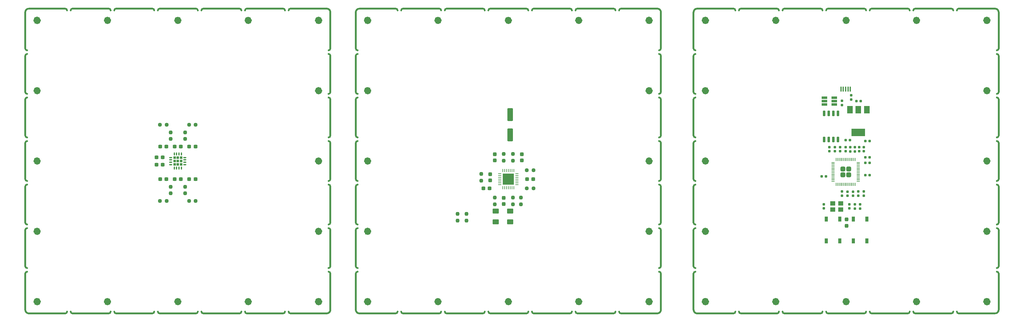
<source format=gbr>
%TF.GenerationSoftware,KiCad,Pcbnew,(6.0.6)*%
%TF.CreationDate,2022-07-03T21:37:38+02:00*%
%TF.ProjectId,stencil,7374656e-6369-46c2-9e6b-696361645f70,rev?*%
%TF.SameCoordinates,Original*%
%TF.FileFunction,Paste,Top*%
%TF.FilePolarity,Positive*%
%FSLAX46Y46*%
G04 Gerber Fmt 4.6, Leading zero omitted, Abs format (unit mm)*
G04 Created by KiCad (PCBNEW (6.0.6)) date 2022-07-03 21:37:38*
%MOMM*%
%LPD*%
G01*
G04 APERTURE LIST*
G04 Aperture macros list*
%AMRoundRect*
0 Rectangle with rounded corners*
0 $1 Rounding radius*
0 $2 $3 $4 $5 $6 $7 $8 $9 X,Y pos of 4 corners*
0 Add a 4 corners polygon primitive as box body*
4,1,4,$2,$3,$4,$5,$6,$7,$8,$9,$2,$3,0*
0 Add four circle primitives for the rounded corners*
1,1,$1+$1,$2,$3*
1,1,$1+$1,$4,$5*
1,1,$1+$1,$6,$7*
1,1,$1+$1,$8,$9*
0 Add four rect primitives between the rounded corners*
20,1,$1+$1,$2,$3,$4,$5,0*
20,1,$1+$1,$4,$5,$6,$7,0*
20,1,$1+$1,$6,$7,$8,$9,0*
20,1,$1+$1,$8,$9,$2,$3,0*%
G04 Aperture macros list end*
%ADD10C,0.500000*%
%ADD11C,1.000000*%
%ADD12C,1.050000*%
%ADD13RoundRect,0.155000X-0.212500X-0.155000X0.212500X-0.155000X0.212500X0.155000X-0.212500X0.155000X0*%
%ADD14RoundRect,0.155000X0.155000X-0.212500X0.155000X0.212500X-0.155000X0.212500X-0.155000X-0.212500X0*%
%ADD15RoundRect,0.237500X-0.300000X-0.237500X0.300000X-0.237500X0.300000X0.237500X-0.300000X0.237500X0*%
%ADD16RoundRect,0.160000X0.160000X-0.197500X0.160000X0.197500X-0.160000X0.197500X-0.160000X-0.197500X0*%
%ADD17RoundRect,0.237500X0.237500X-0.250000X0.237500X0.250000X-0.237500X0.250000X-0.237500X-0.250000X0*%
%ADD18RoundRect,0.237500X-0.250000X-0.237500X0.250000X-0.237500X0.250000X0.237500X-0.250000X0.237500X0*%
%ADD19RoundRect,0.237500X-0.237500X0.250000X-0.237500X-0.250000X0.237500X-0.250000X0.237500X0.250000X0*%
%ADD20RoundRect,0.237500X0.300000X0.237500X-0.300000X0.237500X-0.300000X-0.237500X0.300000X-0.237500X0*%
%ADD21RoundRect,0.250001X0.624999X-0.462499X0.624999X0.462499X-0.624999X0.462499X-0.624999X-0.462499X0*%
%ADD22RoundRect,0.160000X-0.160000X0.197500X-0.160000X-0.197500X0.160000X-0.197500X0.160000X0.197500X0*%
%ADD23RoundRect,0.237500X-0.237500X0.287500X-0.237500X-0.287500X0.237500X-0.287500X0.237500X0.287500X0*%
%ADD24RoundRect,0.225000X0.225000X-0.475000X0.225000X0.475000X-0.225000X0.475000X-0.225000X-0.475000X0*%
%ADD25R,1.560000X0.650000*%
%ADD26R,0.400000X1.350000*%
%ADD27RoundRect,0.237500X0.250000X0.237500X-0.250000X0.237500X-0.250000X-0.237500X0.250000X-0.237500X0*%
%ADD28RoundRect,0.150000X-0.150000X0.650000X-0.150000X-0.650000X0.150000X-0.650000X0.150000X0.650000X0*%
%ADD29RoundRect,0.182500X0.182500X0.182500X-0.182500X0.182500X-0.182500X-0.182500X0.182500X-0.182500X0*%
%ADD30RoundRect,0.087500X0.325000X0.087500X-0.325000X0.087500X-0.325000X-0.087500X0.325000X-0.087500X0*%
%ADD31RoundRect,0.087500X0.087500X0.325000X-0.087500X0.325000X-0.087500X-0.325000X0.087500X-0.325000X0*%
%ADD32RoundRect,0.237500X0.237500X-0.300000X0.237500X0.300000X-0.237500X0.300000X-0.237500X-0.300000X0*%
%ADD33R,0.909599X0.254800*%
%ADD34R,0.254800X0.909599*%
%ADD35R,3.098800X3.098800*%
%ADD36RoundRect,0.249999X-0.395001X-0.395001X0.395001X-0.395001X0.395001X0.395001X-0.395001X0.395001X0*%
%ADD37RoundRect,0.050000X-0.387500X-0.050000X0.387500X-0.050000X0.387500X0.050000X-0.387500X0.050000X0*%
%ADD38RoundRect,0.050000X-0.050000X-0.387500X0.050000X-0.387500X0.050000X0.387500X-0.050000X0.387500X0*%
%ADD39RoundRect,0.155000X-0.155000X0.212500X-0.155000X-0.212500X0.155000X-0.212500X0.155000X0.212500X0*%
%ADD40R,1.400000X1.200000*%
%ADD41RoundRect,0.155000X0.212500X0.155000X-0.212500X0.155000X-0.212500X-0.155000X0.212500X-0.155000X0*%
%ADD42R,1.500000X2.000000*%
%ADD43R,3.800000X2.000000*%
%ADD44RoundRect,0.237500X-0.237500X0.300000X-0.237500X-0.300000X0.237500X-0.300000X0.237500X0.300000X0*%
%ADD45RoundRect,0.250000X0.550000X-1.500000X0.550000X1.500000X-0.550000X1.500000X-0.550000X-1.500000X0*%
G04 APERTURE END LIST*
D10*
X60500000Y-129500000D02*
G75*
G03*
X61000000Y-130000000I500000J0D01*
G01*
X104000000Y-46000000D02*
G75*
G03*
X103000000Y-47000000I7J-1000007D01*
G01*
X96000000Y-59000000D02*
X96000000Y-69000000D01*
X279500000Y-57500000D02*
G75*
G03*
X280000000Y-57000000I7J499993D01*
G01*
X12000000Y-129000000D02*
G75*
G03*
X13000000Y-130000000I1000000J0D01*
G01*
X233000000Y-46000000D02*
G75*
G03*
X232500000Y-46500000I7J-500007D01*
G01*
X280000000Y-71000000D02*
X280000000Y-81000000D01*
X196000000Y-59000000D02*
X196000000Y-69000000D01*
X196000000Y-83000000D02*
X196000000Y-93000000D01*
X219500014Y-46500000D02*
G75*
G03*
X219000000Y-46000000I-500007J-7D01*
G01*
X186500000Y-105500000D02*
G75*
G03*
X187000000Y-105000000I7J499993D01*
G01*
X151500014Y-129500000D02*
G75*
G03*
X152000000Y-130000000I499993J-7D01*
G01*
X138000000Y-130000000D02*
G75*
G03*
X138500000Y-129500000I7J499993D01*
G01*
X103500000Y-106500000D02*
G75*
G03*
X103000000Y-107000000I7J-500007D01*
G01*
X175500014Y-129500000D02*
G75*
G03*
X176000000Y-130000000I499993J-7D01*
G01*
X164000000Y-130000000D02*
X174000000Y-130000000D01*
D11*
X126125000Y-49250000D02*
G75*
G03*
X126125000Y-49250000I-500000J0D01*
G01*
D10*
X255000000Y-130000000D02*
G75*
G03*
X255500000Y-129500000I7J499993D01*
G01*
X174000000Y-130000000D02*
G75*
G03*
X174500000Y-129500000I7J499993D01*
G01*
X209000000Y-46000000D02*
X219000000Y-46000000D01*
X71000000Y-130000000D02*
G75*
G03*
X71500000Y-129500000I0J500000D01*
G01*
X231000000Y-130000000D02*
G75*
G03*
X231500000Y-129500000I7J499993D01*
G01*
D11*
X106750000Y-107375000D02*
G75*
G03*
X106750000Y-107375000I-500000J0D01*
G01*
D10*
X12500000Y-118500000D02*
G75*
G03*
X12000000Y-119000000I0J-500000D01*
G01*
D11*
X277250000Y-68625000D02*
G75*
G03*
X277250000Y-68625000I-500000J0D01*
G01*
X93250000Y-68625000D02*
G75*
G03*
X93250000Y-68625000I-500000J0D01*
G01*
D10*
X267500014Y-46500000D02*
G75*
G03*
X267000000Y-46000000I-500007J-7D01*
G01*
X255500014Y-46500000D02*
G75*
G03*
X255000000Y-46000000I-500007J-7D01*
G01*
X12000000Y-93000000D02*
G75*
G03*
X12500000Y-93500000I500000J0D01*
G01*
X114500014Y-46500000D02*
G75*
G03*
X114000000Y-46000000I-500007J-7D01*
G01*
X96000000Y-95000000D02*
X96000000Y-105000000D01*
X269000000Y-46000000D02*
X279000000Y-46000000D01*
X49000000Y-46000000D02*
G75*
G03*
X48500000Y-46500000I0J-500000D01*
G01*
X196000014Y-105000000D02*
G75*
G03*
X196500000Y-105500000I499993J-7D01*
G01*
X221000000Y-130000000D02*
X231000000Y-130000000D01*
X186000000Y-130000000D02*
G75*
G03*
X187000000Y-129000000I7J999993D01*
G01*
X140000000Y-46000000D02*
G75*
G03*
X139500000Y-46500000I7J-500007D01*
G01*
X103000000Y-119000000D02*
X103000000Y-129000000D01*
X47000000Y-130000000D02*
G75*
G03*
X47500000Y-129500000I0J500000D01*
G01*
X96000000Y-59000000D02*
G75*
G03*
X95500000Y-58500000I-500000J0D01*
G01*
X37000000Y-46000000D02*
X47000000Y-46000000D01*
X187000014Y-95000000D02*
G75*
G03*
X186500000Y-94500000I-500007J-7D01*
G01*
X114000000Y-130000000D02*
G75*
G03*
X114500000Y-129500000I7J499993D01*
G01*
X221000000Y-46000000D02*
X231000000Y-46000000D01*
X176000000Y-46000000D02*
X186000000Y-46000000D01*
X196000000Y-119000000D02*
X196000000Y-129000000D01*
X103000000Y-59000000D02*
X103000000Y-69000000D01*
X95500000Y-117500000D02*
G75*
G03*
X96000000Y-117000000I0J500000D01*
G01*
D12*
X184275000Y-126750000D02*
G75*
G03*
X184275000Y-126750000I-525000J0D01*
G01*
D10*
X25000000Y-46000000D02*
G75*
G03*
X24500000Y-46500000I0J-500000D01*
G01*
X186500000Y-117500000D02*
G75*
G03*
X187000000Y-117000000I7J499993D01*
G01*
X280000014Y-71000000D02*
G75*
G03*
X279500000Y-70500000I-500007J-7D01*
G01*
X196500000Y-118500000D02*
G75*
G03*
X196000000Y-119000000I7J-500007D01*
G01*
X187000014Y-83000000D02*
G75*
G03*
X186500000Y-82500000I-500007J-7D01*
G01*
X35000000Y-130000000D02*
G75*
G03*
X35500000Y-129500000I0J500000D01*
G01*
X103000000Y-95000000D02*
X103000000Y-105000000D01*
X196000000Y-47000000D02*
X196000000Y-57000000D01*
D11*
X15750000Y-88000000D02*
G75*
G03*
X15750000Y-88000000I-500000J0D01*
G01*
D10*
X208500014Y-129500000D02*
G75*
G03*
X209000000Y-130000000I499993J-7D01*
G01*
X197000000Y-130000000D02*
X207000000Y-130000000D01*
X187000014Y-59000000D02*
G75*
G03*
X186500000Y-58500000I-500007J-7D01*
G01*
X96000000Y-47000000D02*
X96000000Y-57000000D01*
X23000000Y-130000000D02*
G75*
G03*
X23500000Y-129500000I0J500000D01*
G01*
X116000000Y-46000000D02*
X126000000Y-46000000D01*
X209000000Y-46000000D02*
G75*
G03*
X208500000Y-46500000I7J-500007D01*
G01*
D12*
X277275000Y-49250000D02*
G75*
G03*
X277275000Y-49250000I-525000J0D01*
G01*
D10*
X73000000Y-46000000D02*
X83000000Y-46000000D01*
X187000000Y-83000000D02*
X187000000Y-93000000D01*
X96000000Y-119000000D02*
X96000000Y-129000000D01*
X279000000Y-130000000D02*
G75*
G03*
X280000000Y-129000000I7J999993D01*
G01*
D11*
X184250000Y-107375000D02*
G75*
G03*
X184250000Y-107375000I-500000J0D01*
G01*
D10*
X95500000Y-93500000D02*
G75*
G03*
X96000000Y-93000000I0J500000D01*
G01*
D11*
X164875000Y-49250000D02*
G75*
G03*
X164875000Y-49250000I-500000J0D01*
G01*
D10*
X36500000Y-129500000D02*
G75*
G03*
X37000000Y-130000000I500000J0D01*
G01*
X162500014Y-46500000D02*
G75*
G03*
X162000000Y-46000000I-500007J-7D01*
G01*
D11*
X219125000Y-126750000D02*
G75*
G03*
X219125000Y-126750000I-500000J0D01*
G01*
D10*
X280000014Y-47000000D02*
G75*
G03*
X279000000Y-46000000I-1000007J-7D01*
G01*
X280000014Y-119000000D02*
G75*
G03*
X279500000Y-118500000I-500007J-7D01*
G01*
X59000000Y-130000000D02*
G75*
G03*
X59500000Y-129500000I0J500000D01*
G01*
X279500000Y-117500000D02*
G75*
G03*
X280000000Y-117000000I7J499993D01*
G01*
X85000000Y-46000000D02*
X95000000Y-46000000D01*
X95000000Y-130000000D02*
G75*
G03*
X96000000Y-129000000I0J1000000D01*
G01*
D12*
X93275000Y-126750000D02*
G75*
G03*
X93275000Y-126750000I-525000J0D01*
G01*
D10*
X245000000Y-46000000D02*
G75*
G03*
X244500000Y-46500000I7J-500007D01*
G01*
D11*
X277250000Y-107375000D02*
G75*
G03*
X277250000Y-107375000I-500000J0D01*
G01*
D10*
X103500000Y-70500000D02*
G75*
G03*
X103000000Y-71000000I7J-500007D01*
G01*
X12500000Y-70500000D02*
G75*
G03*
X12000000Y-71000000I0J-500000D01*
G01*
D12*
X277275000Y-126750000D02*
G75*
G03*
X277275000Y-126750000I-525000J0D01*
G01*
D10*
X103000014Y-129000000D02*
G75*
G03*
X104000000Y-130000000I999993J-7D01*
G01*
X279500000Y-105500000D02*
G75*
G03*
X280000000Y-105000000I7J499993D01*
G01*
X279500000Y-69500000D02*
G75*
G03*
X280000000Y-69000000I7J499993D01*
G01*
X103000000Y-47000000D02*
X103000000Y-57000000D01*
D11*
X277250000Y-88000000D02*
G75*
G03*
X277250000Y-88000000I-500000J0D01*
G01*
D10*
X103500000Y-118500000D02*
G75*
G03*
X103000000Y-119000000I7J-500007D01*
G01*
X37000000Y-46000000D02*
G75*
G03*
X36500000Y-46500000I0J-500000D01*
G01*
X12000000Y-57000000D02*
G75*
G03*
X12500000Y-57500000I500000J0D01*
G01*
X139500014Y-129500000D02*
G75*
G03*
X140000000Y-130000000I499993J-7D01*
G01*
X196000000Y-107000000D02*
X196000000Y-117000000D01*
X12000000Y-107000000D02*
X12000000Y-117000000D01*
D11*
X15750000Y-107375000D02*
G75*
G03*
X15750000Y-107375000I-500000J0D01*
G01*
D10*
X269000000Y-130000000D02*
X279000000Y-130000000D01*
X104000000Y-130000000D02*
X114000000Y-130000000D01*
X233000000Y-46000000D02*
X243000000Y-46000000D01*
X83000000Y-130000000D02*
G75*
G03*
X83500000Y-129500000I0J500000D01*
G01*
X280000014Y-83000000D02*
G75*
G03*
X279500000Y-82500000I-500007J-7D01*
G01*
X12000000Y-105000000D02*
G75*
G03*
X12500000Y-105500000I500000J0D01*
G01*
X152000000Y-46000000D02*
G75*
G03*
X151500000Y-46500000I7J-500007D01*
G01*
X257000000Y-130000000D02*
X267000000Y-130000000D01*
D11*
X145500000Y-49250000D02*
G75*
G03*
X145500000Y-49250000I-500000J0D01*
G01*
D10*
X72500000Y-129500000D02*
G75*
G03*
X73000000Y-130000000I500000J0D01*
G01*
D12*
X106775000Y-49250000D02*
G75*
G03*
X106775000Y-49250000I-525000J0D01*
G01*
X106775000Y-126750000D02*
G75*
G03*
X106775000Y-126750000I-525000J0D01*
G01*
D11*
X106750000Y-68625000D02*
G75*
G03*
X106750000Y-68625000I-500000J0D01*
G01*
D10*
X196500000Y-70500000D02*
G75*
G03*
X196000000Y-71000000I7J-500007D01*
G01*
X95500000Y-81500000D02*
G75*
G03*
X96000000Y-81000000I0J500000D01*
G01*
D12*
X184275000Y-49250000D02*
G75*
G03*
X184275000Y-49250000I-525000J0D01*
G01*
D10*
X128000000Y-130000000D02*
X138000000Y-130000000D01*
X103000014Y-81000000D02*
G75*
G03*
X103500000Y-81500000I499993J-7D01*
G01*
X61000000Y-46000000D02*
X71000000Y-46000000D01*
X25000000Y-130000000D02*
X35000000Y-130000000D01*
X83500000Y-46500000D02*
G75*
G03*
X83000000Y-46000000I-500000J0D01*
G01*
X280000000Y-107000000D02*
X280000000Y-117000000D01*
X73000000Y-46000000D02*
G75*
G03*
X72500000Y-46500000I0J-500000D01*
G01*
X12000000Y-117000000D02*
G75*
G03*
X12500000Y-117500000I500000J0D01*
G01*
X24500000Y-129500000D02*
G75*
G03*
X25000000Y-130000000I500000J0D01*
G01*
X115500014Y-129500000D02*
G75*
G03*
X116000000Y-130000000I499993J-7D01*
G01*
X126000000Y-130000000D02*
G75*
G03*
X126500000Y-129500000I7J499993D01*
G01*
X220500014Y-129500000D02*
G75*
G03*
X221000000Y-130000000I499993J-7D01*
G01*
X12000000Y-47000000D02*
X12000000Y-57000000D01*
X12000000Y-81000000D02*
G75*
G03*
X12500000Y-81500000I500000J0D01*
G01*
X103000014Y-105000000D02*
G75*
G03*
X103500000Y-105500000I499993J-7D01*
G01*
X280000000Y-59000000D02*
X280000000Y-69000000D01*
D11*
X257875000Y-49250000D02*
G75*
G03*
X257875000Y-49250000I-500000J0D01*
G01*
D10*
X85000000Y-46000000D02*
G75*
G03*
X84500000Y-46500000I0J-500000D01*
G01*
X279500000Y-93500000D02*
G75*
G03*
X280000000Y-93000000I7J499993D01*
G01*
X95500000Y-57500000D02*
G75*
G03*
X96000000Y-57000000I0J500000D01*
G01*
X196000014Y-129000000D02*
G75*
G03*
X197000000Y-130000000I999993J-7D01*
G01*
D11*
X164875000Y-126750000D02*
G75*
G03*
X164875000Y-126750000I-500000J0D01*
G01*
X184250000Y-88000000D02*
G75*
G03*
X184250000Y-88000000I-500000J0D01*
G01*
X106750000Y-88000000D02*
G75*
G03*
X106750000Y-88000000I-500000J0D01*
G01*
D10*
X187000000Y-71000000D02*
X187000000Y-81000000D01*
D12*
X199775000Y-126750000D02*
G75*
G03*
X199775000Y-126750000I-525000J0D01*
G01*
D10*
X196500000Y-94500000D02*
G75*
G03*
X196000000Y-95000000I7J-500007D01*
G01*
X103000000Y-71000000D02*
X103000000Y-81000000D01*
X186500000Y-69500000D02*
G75*
G03*
X187000000Y-69000000I7J499993D01*
G01*
X96000000Y-47000000D02*
G75*
G03*
X95000000Y-46000000I-1000000J0D01*
G01*
X103000014Y-57000000D02*
G75*
G03*
X103500000Y-57500000I499993J-7D01*
G01*
X25000000Y-46000000D02*
X35000000Y-46000000D01*
X267000000Y-130000000D02*
G75*
G03*
X267500000Y-129500000I7J499993D01*
G01*
X37000000Y-130000000D02*
X47000000Y-130000000D01*
X207000000Y-130000000D02*
G75*
G03*
X207500000Y-129500000I7J499993D01*
G01*
D11*
X15750000Y-68625000D02*
G75*
G03*
X15750000Y-68625000I-500000J0D01*
G01*
D10*
X103000000Y-107000000D02*
X103000000Y-117000000D01*
D11*
X35125000Y-126750000D02*
G75*
G03*
X35125000Y-126750000I-500000J0D01*
G01*
X54500000Y-49250000D02*
G75*
G03*
X54500000Y-49250000I-500000J0D01*
G01*
D10*
X12500000Y-82500000D02*
G75*
G03*
X12000000Y-83000000I0J-500000D01*
G01*
X96000000Y-107000000D02*
G75*
G03*
X95500000Y-106500000I-500000J0D01*
G01*
X280000014Y-59000000D02*
G75*
G03*
X279500000Y-58500000I-500007J-7D01*
G01*
X128000000Y-46000000D02*
X138000000Y-46000000D01*
X176000000Y-130000000D02*
X186000000Y-130000000D01*
X12000000Y-95000000D02*
X12000000Y-105000000D01*
D11*
X238500000Y-49250000D02*
G75*
G03*
X238500000Y-49250000I-500000J0D01*
G01*
D10*
X12500000Y-58500000D02*
G75*
G03*
X12000000Y-59000000I0J-500000D01*
G01*
X232500014Y-129500000D02*
G75*
G03*
X233000000Y-130000000I499993J-7D01*
G01*
X187000000Y-107000000D02*
X187000000Y-117000000D01*
D11*
X199750000Y-88000000D02*
G75*
G03*
X199750000Y-88000000I-500000J0D01*
G01*
D10*
X221000000Y-46000000D02*
G75*
G03*
X220500000Y-46500000I7J-500007D01*
G01*
X243000000Y-130000000D02*
G75*
G03*
X243500000Y-129500000I7J499993D01*
G01*
X257000000Y-46000000D02*
X267000000Y-46000000D01*
X138500014Y-46500000D02*
G75*
G03*
X138000000Y-46000000I-500007J-7D01*
G01*
X196000000Y-95000000D02*
X196000000Y-105000000D01*
X71500000Y-46500000D02*
G75*
G03*
X71000000Y-46000000I-500000J0D01*
G01*
D11*
X238500000Y-126750000D02*
G75*
G03*
X238500000Y-126750000I-500000J0D01*
G01*
D10*
X197000000Y-46000000D02*
X207000000Y-46000000D01*
X196000014Y-57000000D02*
G75*
G03*
X196500000Y-57500000I499993J-7D01*
G01*
X280000000Y-95000000D02*
X280000000Y-105000000D01*
X196000000Y-71000000D02*
X196000000Y-81000000D01*
X47500000Y-46500000D02*
G75*
G03*
X47000000Y-46000000I-500000J0D01*
G01*
X257000000Y-46000000D02*
G75*
G03*
X256500000Y-46500000I7J-500007D01*
G01*
X12000000Y-71000000D02*
X12000000Y-81000000D01*
X59500000Y-46500000D02*
G75*
G03*
X59000000Y-46000000I-500000J0D01*
G01*
X13000000Y-46000000D02*
G75*
G03*
X12000000Y-47000000I0J-1000000D01*
G01*
X96000000Y-71000000D02*
X96000000Y-81000000D01*
X12000000Y-83000000D02*
X12000000Y-93000000D01*
X73000000Y-130000000D02*
X83000000Y-130000000D01*
X243500014Y-46500000D02*
G75*
G03*
X243000000Y-46000000I-500007J-7D01*
G01*
X187000014Y-107000000D02*
G75*
G03*
X186500000Y-106500000I-500007J-7D01*
G01*
X280000000Y-83000000D02*
X280000000Y-93000000D01*
X196000014Y-93000000D02*
G75*
G03*
X196500000Y-93500000I499993J-7D01*
G01*
X164000000Y-46000000D02*
X174000000Y-46000000D01*
X280000000Y-47000000D02*
X280000000Y-57000000D01*
D11*
X35125000Y-49250000D02*
G75*
G03*
X35125000Y-49250000I-500000J0D01*
G01*
X199750000Y-107375000D02*
G75*
G03*
X199750000Y-107375000I-500000J0D01*
G01*
X184250000Y-68625000D02*
G75*
G03*
X184250000Y-68625000I-500000J0D01*
G01*
D10*
X280000000Y-119000000D02*
X280000000Y-129000000D01*
X186500000Y-93500000D02*
G75*
G03*
X187000000Y-93000000I7J499993D01*
G01*
X12000000Y-119000000D02*
X12000000Y-129000000D01*
X196500000Y-58500000D02*
G75*
G03*
X196000000Y-59000000I7J-500007D01*
G01*
X280000014Y-107000000D02*
G75*
G03*
X279500000Y-106500000I-500007J-7D01*
G01*
X61000000Y-46000000D02*
G75*
G03*
X60500000Y-46500000I0J-500000D01*
G01*
X162000000Y-130000000D02*
G75*
G03*
X162500000Y-129500000I7J499993D01*
G01*
X103000014Y-69000000D02*
G75*
G03*
X103500000Y-69500000I499993J-7D01*
G01*
X187000000Y-119000000D02*
X187000000Y-129000000D01*
X140000000Y-46000000D02*
X150000000Y-46000000D01*
X85000000Y-130000000D02*
X95000000Y-130000000D01*
X96000000Y-83000000D02*
G75*
G03*
X95500000Y-82500000I-500000J0D01*
G01*
X127500014Y-129500000D02*
G75*
G03*
X128000000Y-130000000I499993J-7D01*
G01*
X279500000Y-81500000D02*
G75*
G03*
X280000000Y-81000000I7J499993D01*
G01*
X48500000Y-129500000D02*
G75*
G03*
X49000000Y-130000000I500000J0D01*
G01*
X280000014Y-95000000D02*
G75*
G03*
X279500000Y-94500000I-500007J-7D01*
G01*
X96000000Y-95000000D02*
G75*
G03*
X95500000Y-94500000I-500000J0D01*
G01*
X96000000Y-119000000D02*
G75*
G03*
X95500000Y-118500000I-500000J0D01*
G01*
X196500000Y-106500000D02*
G75*
G03*
X196000000Y-107000000I7J-500007D01*
G01*
D11*
X257875000Y-126750000D02*
G75*
G03*
X257875000Y-126750000I-500000J0D01*
G01*
D10*
X95500000Y-69500000D02*
G75*
G03*
X96000000Y-69000000I0J500000D01*
G01*
X61000000Y-130000000D02*
X71000000Y-130000000D01*
X233000000Y-130000000D02*
X243000000Y-130000000D01*
X163500014Y-129500000D02*
G75*
G03*
X164000000Y-130000000I499993J-7D01*
G01*
X196000014Y-117000000D02*
G75*
G03*
X196500000Y-117500000I499993J-7D01*
G01*
D12*
X93275000Y-49250000D02*
G75*
G03*
X93275000Y-49250000I-525000J0D01*
G01*
X199775000Y-49250000D02*
G75*
G03*
X199775000Y-49250000I-525000J0D01*
G01*
D11*
X126125000Y-126750000D02*
G75*
G03*
X126125000Y-126750000I-500000J0D01*
G01*
D10*
X187000014Y-119000000D02*
G75*
G03*
X186500000Y-118500000I-500007J-7D01*
G01*
X152000000Y-130000000D02*
X162000000Y-130000000D01*
X187000014Y-47000000D02*
G75*
G03*
X186000000Y-46000000I-1000007J-7D01*
G01*
D11*
X73875000Y-49250000D02*
G75*
G03*
X73875000Y-49250000I-500000J0D01*
G01*
D10*
X268500014Y-129500000D02*
G75*
G03*
X269000000Y-130000000I499993J-7D01*
G01*
X186500000Y-81500000D02*
G75*
G03*
X187000000Y-81000000I7J499993D01*
G01*
X209000000Y-130000000D02*
X219000000Y-130000000D01*
X269000000Y-46000000D02*
G75*
G03*
X268500000Y-46500000I7J-500007D01*
G01*
X244500014Y-129500000D02*
G75*
G03*
X245000000Y-130000000I499993J-7D01*
G01*
X196000014Y-69000000D02*
G75*
G03*
X196500000Y-69500000I499993J-7D01*
G01*
X164000000Y-46000000D02*
G75*
G03*
X163500000Y-46500000I7J-500007D01*
G01*
X196500000Y-82500000D02*
G75*
G03*
X196000000Y-83000000I7J-500007D01*
G01*
X49000000Y-46000000D02*
X59000000Y-46000000D01*
D11*
X219125000Y-49250000D02*
G75*
G03*
X219125000Y-49250000I-500000J0D01*
G01*
D10*
X150000000Y-130000000D02*
G75*
G03*
X150500000Y-129500000I7J499993D01*
G01*
X103000014Y-117000000D02*
G75*
G03*
X103500000Y-117500000I499993J-7D01*
G01*
X245000000Y-130000000D02*
X255000000Y-130000000D01*
X231500014Y-46500000D02*
G75*
G03*
X231000000Y-46000000I-500007J-7D01*
G01*
X103500000Y-58500000D02*
G75*
G03*
X103000000Y-59000000I7J-500007D01*
G01*
X256500014Y-129500000D02*
G75*
G03*
X257000000Y-130000000I499993J-7D01*
G01*
D12*
X15775000Y-126750000D02*
G75*
G03*
X15775000Y-126750000I-525000J0D01*
G01*
D10*
X186500000Y-57500000D02*
G75*
G03*
X187000000Y-57000000I7J499993D01*
G01*
X95500000Y-105500000D02*
G75*
G03*
X96000000Y-105000000I0J500000D01*
G01*
D11*
X93250000Y-107375000D02*
G75*
G03*
X93250000Y-107375000I-500000J0D01*
G01*
D10*
X84500000Y-129500000D02*
G75*
G03*
X85000000Y-130000000I500000J0D01*
G01*
D12*
X15775000Y-49250000D02*
G75*
G03*
X15775000Y-49250000I-525000J0D01*
G01*
D10*
X176000000Y-46000000D02*
G75*
G03*
X175500000Y-46500000I7J-500007D01*
G01*
X12000000Y-59000000D02*
X12000000Y-69000000D01*
X12500000Y-106500000D02*
G75*
G03*
X12000000Y-107000000I0J-500000D01*
G01*
X219000000Y-130000000D02*
G75*
G03*
X219500000Y-129500000I7J499993D01*
G01*
X116000000Y-46000000D02*
G75*
G03*
X115500000Y-46500000I7J-500007D01*
G01*
X13000000Y-46000000D02*
X23000000Y-46000000D01*
X140000000Y-130000000D02*
X150000000Y-130000000D01*
D11*
X145500000Y-126750000D02*
G75*
G03*
X145500000Y-126750000I-500000J0D01*
G01*
D10*
X13000000Y-130000000D02*
X23000000Y-130000000D01*
X103000014Y-93000000D02*
G75*
G03*
X103500000Y-93500000I499993J-7D01*
G01*
X12000000Y-69000000D02*
G75*
G03*
X12500000Y-69500000I500000J0D01*
G01*
D11*
X93250000Y-88000000D02*
G75*
G03*
X93250000Y-88000000I-500000J0D01*
G01*
D10*
X187000014Y-71000000D02*
G75*
G03*
X186500000Y-70500000I-500007J-7D01*
G01*
X103000000Y-83000000D02*
X103000000Y-93000000D01*
X103500000Y-94500000D02*
G75*
G03*
X103000000Y-95000000I7J-500007D01*
G01*
D11*
X54500000Y-126750000D02*
G75*
G03*
X54500000Y-126750000I-500000J0D01*
G01*
D10*
X104000000Y-46000000D02*
X114000000Y-46000000D01*
X207500014Y-46500000D02*
G75*
G03*
X207000000Y-46000000I-500007J-7D01*
G01*
D11*
X73875000Y-126750000D02*
G75*
G03*
X73875000Y-126750000I-500000J0D01*
G01*
D10*
X152000000Y-46000000D02*
X162000000Y-46000000D01*
X96000000Y-83000000D02*
X96000000Y-93000000D01*
D11*
X199750000Y-68625000D02*
G75*
G03*
X199750000Y-68625000I-500000J0D01*
G01*
D10*
X187000000Y-47000000D02*
X187000000Y-57000000D01*
X96000000Y-71000000D02*
G75*
G03*
X95500000Y-70500000I-500000J0D01*
G01*
X23500000Y-46500000D02*
G75*
G03*
X23000000Y-46000000I-500000J0D01*
G01*
X126500014Y-46500000D02*
G75*
G03*
X126000000Y-46000000I-500007J-7D01*
G01*
X116000000Y-130000000D02*
X126000000Y-130000000D01*
X245000000Y-46000000D02*
X255000000Y-46000000D01*
X96000000Y-107000000D02*
X96000000Y-117000000D01*
X196000014Y-81000000D02*
G75*
G03*
X196500000Y-81500000I499993J-7D01*
G01*
X49000000Y-130000000D02*
X59000000Y-130000000D01*
X35500000Y-46500000D02*
G75*
G03*
X35000000Y-46000000I-500000J0D01*
G01*
X174500014Y-46500000D02*
G75*
G03*
X174000000Y-46000000I-500007J-7D01*
G01*
X150500014Y-46500000D02*
G75*
G03*
X150000000Y-46000000I-500007J-7D01*
G01*
X103500000Y-82500000D02*
G75*
G03*
X103000000Y-83000000I7J-500007D01*
G01*
X187000000Y-95000000D02*
X187000000Y-105000000D01*
X187000000Y-59000000D02*
X187000000Y-69000000D01*
X128000000Y-46000000D02*
G75*
G03*
X127500000Y-46500000I7J-500007D01*
G01*
X12500000Y-94500000D02*
G75*
G03*
X12000000Y-95000000I0J-500000D01*
G01*
X197000000Y-46000000D02*
G75*
G03*
X196000000Y-47000000I7J-1000007D01*
G01*
D13*
%TO.C,C15*%
X243307500Y-82460000D03*
X244442500Y-82460000D03*
%TD*%
D14*
%TO.C,C11*%
X234875000Y-85317500D03*
X234875000Y-84182500D03*
%TD*%
D15*
%TO.C,C3*%
X57137500Y-84000000D03*
X58862500Y-84000000D03*
%TD*%
D14*
%TO.C,C8*%
X236375000Y-85317500D03*
X236375000Y-84182500D03*
%TD*%
D16*
%TO.C,R5*%
X241375000Y-97597500D03*
X241375000Y-96402500D03*
%TD*%
D13*
%TO.C,C16*%
X237907500Y-82250000D03*
X239042500Y-82250000D03*
%TD*%
D17*
%TO.C,R7*%
X146250000Y-99912500D03*
X146250000Y-98087500D03*
%TD*%
D13*
%TO.C,C13*%
X243307500Y-91900000D03*
X244442500Y-91900000D03*
%TD*%
D18*
%TO.C,R1*%
X49087500Y-78000000D03*
X50912500Y-78000000D03*
%TD*%
D17*
%TO.C,R9*%
X133500000Y-104412500D03*
X133500000Y-102587500D03*
%TD*%
%TO.C,R7*%
X56000000Y-96912500D03*
X56000000Y-95087500D03*
%TD*%
D19*
%TO.C,R6*%
X56000000Y-80087500D03*
X56000000Y-81912500D03*
%TD*%
D20*
%TO.C,C5*%
X54862500Y-93000000D03*
X53137500Y-93000000D03*
%TD*%
%TO.C,C4*%
X58862500Y-93000000D03*
X57137500Y-93000000D03*
%TD*%
D21*
%TO.C,STEP1*%
X141500000Y-104737500D03*
X141500000Y-101762500D03*
%TD*%
D22*
%TO.C,FB1*%
X239375000Y-69902500D03*
X239375000Y-71097500D03*
%TD*%
D23*
%TO.C,D1*%
X238125000Y-104125000D03*
X238125000Y-105875000D03*
%TD*%
D24*
%TO.C,SW2*%
X240025000Y-110000000D03*
X240025000Y-104000000D03*
X243725000Y-110000000D03*
X243725000Y-104000000D03*
%TD*%
D25*
%TO.C,U2*%
X232025000Y-70550000D03*
X232025000Y-71500000D03*
X232025000Y-72450000D03*
X234725000Y-72450000D03*
X234725000Y-71500000D03*
X234725000Y-70550000D03*
%TD*%
D14*
%TO.C,C10*%
X237875000Y-85317500D03*
X237875000Y-84182500D03*
%TD*%
D19*
%TO.C,R8*%
X141250000Y-98087500D03*
X141250000Y-99912500D03*
%TD*%
D16*
%TO.C,R1*%
X240375000Y-101097500D03*
X240375000Y-99902500D03*
%TD*%
D26*
%TO.C,J3*%
X239175000Y-68225000D03*
X238525000Y-68225000D03*
X237875000Y-68225000D03*
X237225000Y-68225000D03*
X236575000Y-68225000D03*
%TD*%
D27*
%TO.C,R5*%
X151912500Y-90500000D03*
X150087500Y-90500000D03*
%TD*%
D28*
%TO.C,U4*%
X235780000Y-74900000D03*
X234510000Y-74900000D03*
X233240000Y-74900000D03*
X231970000Y-74900000D03*
X231970000Y-82100000D03*
X233240000Y-82100000D03*
X234510000Y-82100000D03*
X235780000Y-82100000D03*
%TD*%
D17*
%TO.C,R2*%
X143750000Y-87912500D03*
X143750000Y-86087500D03*
%TD*%
D16*
%TO.C,R3*%
X242875000Y-97597500D03*
X242875000Y-96402500D03*
%TD*%
D29*
%TO.C,U1*%
X53100000Y-88000000D03*
X54000000Y-87100000D03*
X54900000Y-88000000D03*
X53100000Y-88900000D03*
X54000000Y-88900000D03*
X54900000Y-88900000D03*
X54000000Y-88000000D03*
X54900000Y-87100000D03*
X53100000Y-87100000D03*
D30*
X55962500Y-88975000D03*
X55962500Y-88325000D03*
X55962500Y-87675000D03*
X55962500Y-87025000D03*
D31*
X54975000Y-86037500D03*
X54325000Y-86037500D03*
X53675000Y-86037500D03*
X53025000Y-86037500D03*
D30*
X52037500Y-87025000D03*
X52037500Y-87675000D03*
X52037500Y-88325000D03*
X52037500Y-88975000D03*
D31*
X53025000Y-89962500D03*
X53675000Y-89962500D03*
X54325000Y-89962500D03*
X54975000Y-89962500D03*
%TD*%
D27*
%TO.C,R3*%
X58912500Y-99000000D03*
X57087500Y-99000000D03*
%TD*%
D32*
%TO.C,C6*%
X148750000Y-87862500D03*
X148750000Y-86137500D03*
%TD*%
D33*
%TO.C,U1*%
X142652900Y-91500000D03*
X142652900Y-91999999D03*
X142652900Y-92500001D03*
X142652900Y-93000000D03*
X142652900Y-93499999D03*
X142652900Y-94000001D03*
X142652900Y-94500000D03*
D34*
X143500000Y-95347100D03*
X143999999Y-95347100D03*
X144500001Y-95347100D03*
X145000000Y-95347100D03*
X145499999Y-95347100D03*
X146000001Y-95347100D03*
X146500000Y-95347100D03*
D33*
X147347100Y-94500000D03*
X147347100Y-94000001D03*
X147347100Y-93499999D03*
X147347100Y-93000000D03*
X147347100Y-92500001D03*
X147347100Y-91999999D03*
X147347100Y-91500000D03*
D34*
X146500000Y-90652900D03*
X146000001Y-90652900D03*
X145499999Y-90652900D03*
X145000000Y-90652900D03*
X144500001Y-90652900D03*
X143999999Y-90652900D03*
X143500000Y-90652900D03*
D35*
X145000000Y-93000000D03*
%TD*%
D18*
%TO.C,R4*%
X150087500Y-95500000D03*
X151912500Y-95500000D03*
%TD*%
%TO.C,R2*%
X57087500Y-78000000D03*
X58912500Y-78000000D03*
%TD*%
D13*
%TO.C,C4*%
X243307500Y-88500000D03*
X244442500Y-88500000D03*
%TD*%
D27*
%TO.C,R4*%
X50912500Y-99000000D03*
X49087500Y-99000000D03*
%TD*%
D36*
%TO.C,U1*%
X238675000Y-91800000D03*
X237075000Y-91800000D03*
X237075000Y-90200000D03*
X238675000Y-90200000D03*
D37*
X234437500Y-88400000D03*
X234437500Y-88800000D03*
X234437500Y-89200000D03*
X234437500Y-89600000D03*
X234437500Y-90000000D03*
X234437500Y-90400000D03*
X234437500Y-90800000D03*
X234437500Y-91200000D03*
X234437500Y-91600000D03*
X234437500Y-92000000D03*
X234437500Y-92400000D03*
X234437500Y-92800000D03*
X234437500Y-93200000D03*
X234437500Y-93600000D03*
D38*
X235275000Y-94437500D03*
X235675000Y-94437500D03*
X236075000Y-94437500D03*
X236475000Y-94437500D03*
X236875000Y-94437500D03*
X237275000Y-94437500D03*
X237675000Y-94437500D03*
X238075000Y-94437500D03*
X238475000Y-94437500D03*
X238875000Y-94437500D03*
X239275000Y-94437500D03*
X239675000Y-94437500D03*
X240075000Y-94437500D03*
X240475000Y-94437500D03*
D37*
X241312500Y-93600000D03*
X241312500Y-93200000D03*
X241312500Y-92800000D03*
X241312500Y-92400000D03*
X241312500Y-92000000D03*
X241312500Y-91600000D03*
X241312500Y-91200000D03*
X241312500Y-90800000D03*
X241312500Y-90400000D03*
X241312500Y-90000000D03*
X241312500Y-89600000D03*
X241312500Y-89200000D03*
X241312500Y-88800000D03*
X241312500Y-88400000D03*
D38*
X240475000Y-87562500D03*
X240075000Y-87562500D03*
X239675000Y-87562500D03*
X239275000Y-87562500D03*
X238875000Y-87562500D03*
X238475000Y-87562500D03*
X238075000Y-87562500D03*
X237675000Y-87562500D03*
X237275000Y-87562500D03*
X236875000Y-87562500D03*
X236475000Y-87562500D03*
X236075000Y-87562500D03*
X235675000Y-87562500D03*
X235275000Y-87562500D03*
%TD*%
D15*
%TO.C,C4*%
X150137500Y-93000000D03*
X151862500Y-93000000D03*
%TD*%
D14*
%TO.C,C2*%
X242875000Y-85317500D03*
X242875000Y-84182500D03*
%TD*%
D39*
%TO.C,C9*%
X239875000Y-96432500D03*
X239875000Y-97567500D03*
%TD*%
D22*
%TO.C,R2*%
X240375000Y-84152500D03*
X240375000Y-85347500D03*
%TD*%
D14*
%TO.C,C3*%
X233375000Y-85317500D03*
X233375000Y-84182500D03*
%TD*%
D40*
%TO.C,Y1*%
X236475000Y-99650000D03*
X234275000Y-99650000D03*
X234275000Y-101350000D03*
X236475000Y-101350000D03*
%TD*%
D24*
%TO.C,SW1*%
X232525000Y-110000000D03*
X232525000Y-104000000D03*
X236225000Y-110000000D03*
X236225000Y-104000000D03*
%TD*%
D20*
%TO.C,C3*%
X139862500Y-95500000D03*
X138137500Y-95500000D03*
%TD*%
D41*
%TO.C,C17*%
X232442500Y-92200000D03*
X231307500Y-92200000D03*
%TD*%
D20*
%TO.C,C8*%
X49862500Y-89000000D03*
X48137500Y-89000000D03*
%TD*%
D17*
%TO.C,R8*%
X52000000Y-96912500D03*
X52000000Y-95087500D03*
%TD*%
D39*
%TO.C,C5*%
X231875000Y-99932500D03*
X231875000Y-101067500D03*
%TD*%
D32*
%TO.C,C5*%
X141250000Y-87862500D03*
X141250000Y-86137500D03*
%TD*%
D13*
%TO.C,C1*%
X243307500Y-87000000D03*
X244442500Y-87000000D03*
%TD*%
D16*
%TO.C,R6*%
X241875000Y-101097500D03*
X241875000Y-99902500D03*
%TD*%
D13*
%TO.C,C14*%
X240875000Y-71500000D03*
X242010000Y-71500000D03*
%TD*%
D32*
%TO.C,C2*%
X140000000Y-93362500D03*
X140000000Y-91637500D03*
%TD*%
D42*
%TO.C,U3*%
X243675000Y-73850000D03*
D43*
X241375000Y-80150000D03*
D42*
X241375000Y-73850000D03*
X239075000Y-73850000D03*
%TD*%
D22*
%TO.C,R7*%
X236875000Y-71402500D03*
X236875000Y-72597500D03*
%TD*%
D17*
%TO.C,R1*%
X137500000Y-93412500D03*
X137500000Y-91587500D03*
%TD*%
D39*
%TO.C,C7*%
X238375000Y-96432500D03*
X238375000Y-97567500D03*
%TD*%
D20*
%TO.C,C7*%
X49862500Y-87000000D03*
X48137500Y-87000000D03*
%TD*%
D14*
%TO.C,C12*%
X241625000Y-85317500D03*
X241625000Y-84182500D03*
%TD*%
D19*
%TO.C,R10*%
X131000000Y-102587500D03*
X131000000Y-104412500D03*
%TD*%
D22*
%TO.C,R4*%
X239125000Y-84152500D03*
X239125000Y-85347500D03*
%TD*%
D15*
%TO.C,C2*%
X53137500Y-84000000D03*
X54862500Y-84000000D03*
%TD*%
%TO.C,C1*%
X49137500Y-84000000D03*
X50862500Y-84000000D03*
%TD*%
D19*
%TO.C,R6*%
X148500000Y-98087500D03*
X148500000Y-99912500D03*
%TD*%
D21*
%TO.C,EN1*%
X145500000Y-104737500D03*
X145500000Y-101762500D03*
%TD*%
D19*
%TO.C,R5*%
X52000000Y-80087500D03*
X52000000Y-81912500D03*
%TD*%
D39*
%TO.C,C6*%
X238875000Y-99932500D03*
X238875000Y-101067500D03*
%TD*%
D19*
%TO.C,R3*%
X146250000Y-86087500D03*
X146250000Y-87912500D03*
%TD*%
D44*
%TO.C,C1*%
X143750000Y-98137500D03*
X143750000Y-99862500D03*
%TD*%
D45*
%TO.C,C7*%
X145500000Y-80800000D03*
X145500000Y-75200000D03*
%TD*%
D16*
%TO.C,R8*%
X236875000Y-97597500D03*
X236875000Y-96402500D03*
%TD*%
D20*
%TO.C,C6*%
X50862500Y-93000000D03*
X49137500Y-93000000D03*
%TD*%
M02*

</source>
